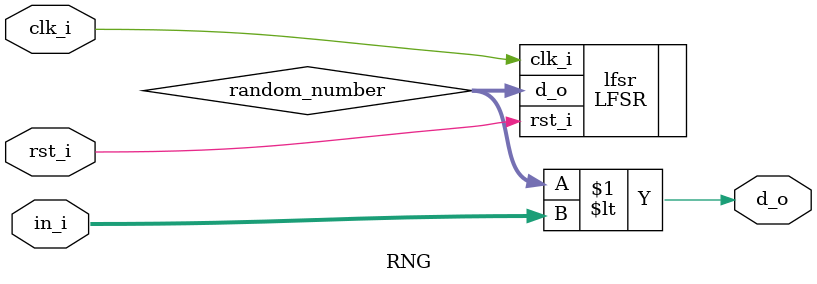
<source format=v>
`default_nettype none

module RNG(
    input wire clk_i,
    input wire rst_i,
    input wire [15:0] in_i,
    output wire d_o
);

    wire [15:0] random_number;
    LFSR lfsr(
        .clk_i(clk_i),
        .rst_i(rst_i),
        .d_o(random_number)
    );

    assign d_o = (random_number < in_i);
endmodule
</source>
